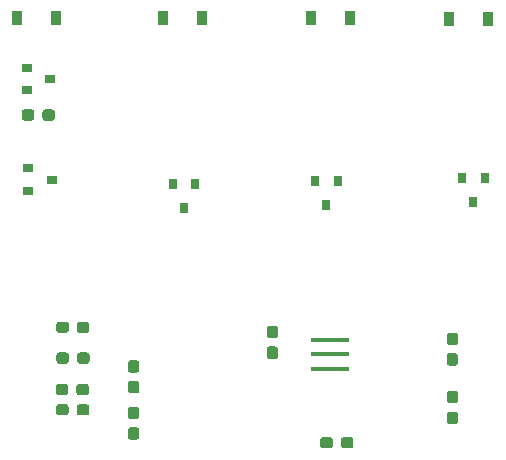
<source format=gbr>
G04 #@! TF.GenerationSoftware,KiCad,Pcbnew,5.1.5-52549c5~84~ubuntu18.04.1*
G04 #@! TF.CreationDate,2020-02-06T21:07:47-05:00*
G04 #@! TF.ProjectId,FH_fault-latch,46485f66-6175-46c7-942d-6c617463682e,rev?*
G04 #@! TF.SameCoordinates,Original*
G04 #@! TF.FileFunction,Paste,Bot*
G04 #@! TF.FilePolarity,Positive*
%FSLAX46Y46*%
G04 Gerber Fmt 4.6, Leading zero omitted, Abs format (unit mm)*
G04 Created by KiCad (PCBNEW 5.1.5-52549c5~84~ubuntu18.04.1) date 2020-02-06 21:07:47*
%MOMM*%
%LPD*%
G04 APERTURE LIST*
%ADD10R,0.900000X0.800000*%
%ADD11R,3.200000X0.400000*%
%ADD12C,0.100000*%
%ADD13R,0.800000X0.900000*%
%ADD14R,0.900000X1.200000*%
G04 APERTURE END LIST*
D10*
X112760000Y-94996000D03*
X110760000Y-94046000D03*
X110760000Y-95946000D03*
D11*
X136461500Y-117100500D03*
X136461500Y-118300500D03*
X136461500Y-119500500D03*
D12*
G36*
X112945779Y-97570144D02*
G01*
X112968834Y-97573563D01*
X112991443Y-97579227D01*
X113013387Y-97587079D01*
X113034457Y-97597044D01*
X113054448Y-97609026D01*
X113073168Y-97622910D01*
X113090438Y-97638562D01*
X113106090Y-97655832D01*
X113119974Y-97674552D01*
X113131956Y-97694543D01*
X113141921Y-97715613D01*
X113149773Y-97737557D01*
X113155437Y-97760166D01*
X113158856Y-97783221D01*
X113160000Y-97806500D01*
X113160000Y-98281500D01*
X113158856Y-98304779D01*
X113155437Y-98327834D01*
X113149773Y-98350443D01*
X113141921Y-98372387D01*
X113131956Y-98393457D01*
X113119974Y-98413448D01*
X113106090Y-98432168D01*
X113090438Y-98449438D01*
X113073168Y-98465090D01*
X113054448Y-98478974D01*
X113034457Y-98490956D01*
X113013387Y-98500921D01*
X112991443Y-98508773D01*
X112968834Y-98514437D01*
X112945779Y-98517856D01*
X112922500Y-98519000D01*
X112347500Y-98519000D01*
X112324221Y-98517856D01*
X112301166Y-98514437D01*
X112278557Y-98508773D01*
X112256613Y-98500921D01*
X112235543Y-98490956D01*
X112215552Y-98478974D01*
X112196832Y-98465090D01*
X112179562Y-98449438D01*
X112163910Y-98432168D01*
X112150026Y-98413448D01*
X112138044Y-98393457D01*
X112128079Y-98372387D01*
X112120227Y-98350443D01*
X112114563Y-98327834D01*
X112111144Y-98304779D01*
X112110000Y-98281500D01*
X112110000Y-97806500D01*
X112111144Y-97783221D01*
X112114563Y-97760166D01*
X112120227Y-97737557D01*
X112128079Y-97715613D01*
X112138044Y-97694543D01*
X112150026Y-97674552D01*
X112163910Y-97655832D01*
X112179562Y-97638562D01*
X112196832Y-97622910D01*
X112215552Y-97609026D01*
X112235543Y-97597044D01*
X112256613Y-97587079D01*
X112278557Y-97579227D01*
X112301166Y-97573563D01*
X112324221Y-97570144D01*
X112347500Y-97569000D01*
X112922500Y-97569000D01*
X112945779Y-97570144D01*
G37*
G36*
X111195779Y-97570144D02*
G01*
X111218834Y-97573563D01*
X111241443Y-97579227D01*
X111263387Y-97587079D01*
X111284457Y-97597044D01*
X111304448Y-97609026D01*
X111323168Y-97622910D01*
X111340438Y-97638562D01*
X111356090Y-97655832D01*
X111369974Y-97674552D01*
X111381956Y-97694543D01*
X111391921Y-97715613D01*
X111399773Y-97737557D01*
X111405437Y-97760166D01*
X111408856Y-97783221D01*
X111410000Y-97806500D01*
X111410000Y-98281500D01*
X111408856Y-98304779D01*
X111405437Y-98327834D01*
X111399773Y-98350443D01*
X111391921Y-98372387D01*
X111381956Y-98393457D01*
X111369974Y-98413448D01*
X111356090Y-98432168D01*
X111340438Y-98449438D01*
X111323168Y-98465090D01*
X111304448Y-98478974D01*
X111284457Y-98490956D01*
X111263387Y-98500921D01*
X111241443Y-98508773D01*
X111218834Y-98514437D01*
X111195779Y-98517856D01*
X111172500Y-98519000D01*
X110597500Y-98519000D01*
X110574221Y-98517856D01*
X110551166Y-98514437D01*
X110528557Y-98508773D01*
X110506613Y-98500921D01*
X110485543Y-98490956D01*
X110465552Y-98478974D01*
X110446832Y-98465090D01*
X110429562Y-98449438D01*
X110413910Y-98432168D01*
X110400026Y-98413448D01*
X110388044Y-98393457D01*
X110378079Y-98372387D01*
X110370227Y-98350443D01*
X110364563Y-98327834D01*
X110361144Y-98304779D01*
X110360000Y-98281500D01*
X110360000Y-97806500D01*
X110361144Y-97783221D01*
X110364563Y-97760166D01*
X110370227Y-97737557D01*
X110378079Y-97715613D01*
X110388044Y-97694543D01*
X110400026Y-97674552D01*
X110413910Y-97655832D01*
X110429562Y-97638562D01*
X110446832Y-97622910D01*
X110465552Y-97609026D01*
X110485543Y-97597044D01*
X110506613Y-97587079D01*
X110528557Y-97579227D01*
X110551166Y-97573563D01*
X110574221Y-97570144D01*
X110597500Y-97569000D01*
X111172500Y-97569000D01*
X111195779Y-97570144D01*
G37*
G36*
X114102779Y-122525644D02*
G01*
X114125834Y-122529063D01*
X114148443Y-122534727D01*
X114170387Y-122542579D01*
X114191457Y-122552544D01*
X114211448Y-122564526D01*
X114230168Y-122578410D01*
X114247438Y-122594062D01*
X114263090Y-122611332D01*
X114276974Y-122630052D01*
X114288956Y-122650043D01*
X114298921Y-122671113D01*
X114306773Y-122693057D01*
X114312437Y-122715666D01*
X114315856Y-122738721D01*
X114317000Y-122762000D01*
X114317000Y-123237000D01*
X114315856Y-123260279D01*
X114312437Y-123283334D01*
X114306773Y-123305943D01*
X114298921Y-123327887D01*
X114288956Y-123348957D01*
X114276974Y-123368948D01*
X114263090Y-123387668D01*
X114247438Y-123404938D01*
X114230168Y-123420590D01*
X114211448Y-123434474D01*
X114191457Y-123446456D01*
X114170387Y-123456421D01*
X114148443Y-123464273D01*
X114125834Y-123469937D01*
X114102779Y-123473356D01*
X114079500Y-123474500D01*
X113504500Y-123474500D01*
X113481221Y-123473356D01*
X113458166Y-123469937D01*
X113435557Y-123464273D01*
X113413613Y-123456421D01*
X113392543Y-123446456D01*
X113372552Y-123434474D01*
X113353832Y-123420590D01*
X113336562Y-123404938D01*
X113320910Y-123387668D01*
X113307026Y-123368948D01*
X113295044Y-123348957D01*
X113285079Y-123327887D01*
X113277227Y-123305943D01*
X113271563Y-123283334D01*
X113268144Y-123260279D01*
X113267000Y-123237000D01*
X113267000Y-122762000D01*
X113268144Y-122738721D01*
X113271563Y-122715666D01*
X113277227Y-122693057D01*
X113285079Y-122671113D01*
X113295044Y-122650043D01*
X113307026Y-122630052D01*
X113320910Y-122611332D01*
X113336562Y-122594062D01*
X113353832Y-122578410D01*
X113372552Y-122564526D01*
X113392543Y-122552544D01*
X113413613Y-122542579D01*
X113435557Y-122534727D01*
X113458166Y-122529063D01*
X113481221Y-122525644D01*
X113504500Y-122524500D01*
X114079500Y-122524500D01*
X114102779Y-122525644D01*
G37*
G36*
X115852779Y-122525644D02*
G01*
X115875834Y-122529063D01*
X115898443Y-122534727D01*
X115920387Y-122542579D01*
X115941457Y-122552544D01*
X115961448Y-122564526D01*
X115980168Y-122578410D01*
X115997438Y-122594062D01*
X116013090Y-122611332D01*
X116026974Y-122630052D01*
X116038956Y-122650043D01*
X116048921Y-122671113D01*
X116056773Y-122693057D01*
X116062437Y-122715666D01*
X116065856Y-122738721D01*
X116067000Y-122762000D01*
X116067000Y-123237000D01*
X116065856Y-123260279D01*
X116062437Y-123283334D01*
X116056773Y-123305943D01*
X116048921Y-123327887D01*
X116038956Y-123348957D01*
X116026974Y-123368948D01*
X116013090Y-123387668D01*
X115997438Y-123404938D01*
X115980168Y-123420590D01*
X115961448Y-123434474D01*
X115941457Y-123446456D01*
X115920387Y-123456421D01*
X115898443Y-123464273D01*
X115875834Y-123469937D01*
X115852779Y-123473356D01*
X115829500Y-123474500D01*
X115254500Y-123474500D01*
X115231221Y-123473356D01*
X115208166Y-123469937D01*
X115185557Y-123464273D01*
X115163613Y-123456421D01*
X115142543Y-123446456D01*
X115122552Y-123434474D01*
X115103832Y-123420590D01*
X115086562Y-123404938D01*
X115070910Y-123387668D01*
X115057026Y-123368948D01*
X115045044Y-123348957D01*
X115035079Y-123327887D01*
X115027227Y-123305943D01*
X115021563Y-123283334D01*
X115018144Y-123260279D01*
X115017000Y-123237000D01*
X115017000Y-122762000D01*
X115018144Y-122738721D01*
X115021563Y-122715666D01*
X115027227Y-122693057D01*
X115035079Y-122671113D01*
X115045044Y-122650043D01*
X115057026Y-122630052D01*
X115070910Y-122611332D01*
X115086562Y-122594062D01*
X115103832Y-122578410D01*
X115122552Y-122564526D01*
X115142543Y-122552544D01*
X115163613Y-122542579D01*
X115185557Y-122534727D01*
X115208166Y-122529063D01*
X115231221Y-122525644D01*
X115254500Y-122524500D01*
X115829500Y-122524500D01*
X115852779Y-122525644D01*
G37*
G36*
X114067279Y-120811144D02*
G01*
X114090334Y-120814563D01*
X114112943Y-120820227D01*
X114134887Y-120828079D01*
X114155957Y-120838044D01*
X114175948Y-120850026D01*
X114194668Y-120863910D01*
X114211938Y-120879562D01*
X114227590Y-120896832D01*
X114241474Y-120915552D01*
X114253456Y-120935543D01*
X114263421Y-120956613D01*
X114271273Y-120978557D01*
X114276937Y-121001166D01*
X114280356Y-121024221D01*
X114281500Y-121047500D01*
X114281500Y-121522500D01*
X114280356Y-121545779D01*
X114276937Y-121568834D01*
X114271273Y-121591443D01*
X114263421Y-121613387D01*
X114253456Y-121634457D01*
X114241474Y-121654448D01*
X114227590Y-121673168D01*
X114211938Y-121690438D01*
X114194668Y-121706090D01*
X114175948Y-121719974D01*
X114155957Y-121731956D01*
X114134887Y-121741921D01*
X114112943Y-121749773D01*
X114090334Y-121755437D01*
X114067279Y-121758856D01*
X114044000Y-121760000D01*
X113469000Y-121760000D01*
X113445721Y-121758856D01*
X113422666Y-121755437D01*
X113400057Y-121749773D01*
X113378113Y-121741921D01*
X113357043Y-121731956D01*
X113337052Y-121719974D01*
X113318332Y-121706090D01*
X113301062Y-121690438D01*
X113285410Y-121673168D01*
X113271526Y-121654448D01*
X113259544Y-121634457D01*
X113249579Y-121613387D01*
X113241727Y-121591443D01*
X113236063Y-121568834D01*
X113232644Y-121545779D01*
X113231500Y-121522500D01*
X113231500Y-121047500D01*
X113232644Y-121024221D01*
X113236063Y-121001166D01*
X113241727Y-120978557D01*
X113249579Y-120956613D01*
X113259544Y-120935543D01*
X113271526Y-120915552D01*
X113285410Y-120896832D01*
X113301062Y-120879562D01*
X113318332Y-120863910D01*
X113337052Y-120850026D01*
X113357043Y-120838044D01*
X113378113Y-120828079D01*
X113400057Y-120820227D01*
X113422666Y-120814563D01*
X113445721Y-120811144D01*
X113469000Y-120810000D01*
X114044000Y-120810000D01*
X114067279Y-120811144D01*
G37*
G36*
X115817279Y-120811144D02*
G01*
X115840334Y-120814563D01*
X115862943Y-120820227D01*
X115884887Y-120828079D01*
X115905957Y-120838044D01*
X115925948Y-120850026D01*
X115944668Y-120863910D01*
X115961938Y-120879562D01*
X115977590Y-120896832D01*
X115991474Y-120915552D01*
X116003456Y-120935543D01*
X116013421Y-120956613D01*
X116021273Y-120978557D01*
X116026937Y-121001166D01*
X116030356Y-121024221D01*
X116031500Y-121047500D01*
X116031500Y-121522500D01*
X116030356Y-121545779D01*
X116026937Y-121568834D01*
X116021273Y-121591443D01*
X116013421Y-121613387D01*
X116003456Y-121634457D01*
X115991474Y-121654448D01*
X115977590Y-121673168D01*
X115961938Y-121690438D01*
X115944668Y-121706090D01*
X115925948Y-121719974D01*
X115905957Y-121731956D01*
X115884887Y-121741921D01*
X115862943Y-121749773D01*
X115840334Y-121755437D01*
X115817279Y-121758856D01*
X115794000Y-121760000D01*
X115219000Y-121760000D01*
X115195721Y-121758856D01*
X115172666Y-121755437D01*
X115150057Y-121749773D01*
X115128113Y-121741921D01*
X115107043Y-121731956D01*
X115087052Y-121719974D01*
X115068332Y-121706090D01*
X115051062Y-121690438D01*
X115035410Y-121673168D01*
X115021526Y-121654448D01*
X115009544Y-121634457D01*
X114999579Y-121613387D01*
X114991727Y-121591443D01*
X114986063Y-121568834D01*
X114982644Y-121545779D01*
X114981500Y-121522500D01*
X114981500Y-121047500D01*
X114982644Y-121024221D01*
X114986063Y-121001166D01*
X114991727Y-120978557D01*
X114999579Y-120956613D01*
X115009544Y-120935543D01*
X115021526Y-120915552D01*
X115035410Y-120896832D01*
X115051062Y-120879562D01*
X115068332Y-120863910D01*
X115087052Y-120850026D01*
X115107043Y-120838044D01*
X115128113Y-120828079D01*
X115150057Y-120820227D01*
X115172666Y-120814563D01*
X115195721Y-120811144D01*
X115219000Y-120810000D01*
X115794000Y-120810000D01*
X115817279Y-120811144D01*
G37*
G36*
X114130779Y-118144144D02*
G01*
X114153834Y-118147563D01*
X114176443Y-118153227D01*
X114198387Y-118161079D01*
X114219457Y-118171044D01*
X114239448Y-118183026D01*
X114258168Y-118196910D01*
X114275438Y-118212562D01*
X114291090Y-118229832D01*
X114304974Y-118248552D01*
X114316956Y-118268543D01*
X114326921Y-118289613D01*
X114334773Y-118311557D01*
X114340437Y-118334166D01*
X114343856Y-118357221D01*
X114345000Y-118380500D01*
X114345000Y-118855500D01*
X114343856Y-118878779D01*
X114340437Y-118901834D01*
X114334773Y-118924443D01*
X114326921Y-118946387D01*
X114316956Y-118967457D01*
X114304974Y-118987448D01*
X114291090Y-119006168D01*
X114275438Y-119023438D01*
X114258168Y-119039090D01*
X114239448Y-119052974D01*
X114219457Y-119064956D01*
X114198387Y-119074921D01*
X114176443Y-119082773D01*
X114153834Y-119088437D01*
X114130779Y-119091856D01*
X114107500Y-119093000D01*
X113532500Y-119093000D01*
X113509221Y-119091856D01*
X113486166Y-119088437D01*
X113463557Y-119082773D01*
X113441613Y-119074921D01*
X113420543Y-119064956D01*
X113400552Y-119052974D01*
X113381832Y-119039090D01*
X113364562Y-119023438D01*
X113348910Y-119006168D01*
X113335026Y-118987448D01*
X113323044Y-118967457D01*
X113313079Y-118946387D01*
X113305227Y-118924443D01*
X113299563Y-118901834D01*
X113296144Y-118878779D01*
X113295000Y-118855500D01*
X113295000Y-118380500D01*
X113296144Y-118357221D01*
X113299563Y-118334166D01*
X113305227Y-118311557D01*
X113313079Y-118289613D01*
X113323044Y-118268543D01*
X113335026Y-118248552D01*
X113348910Y-118229832D01*
X113364562Y-118212562D01*
X113381832Y-118196910D01*
X113400552Y-118183026D01*
X113420543Y-118171044D01*
X113441613Y-118161079D01*
X113463557Y-118153227D01*
X113486166Y-118147563D01*
X113509221Y-118144144D01*
X113532500Y-118143000D01*
X114107500Y-118143000D01*
X114130779Y-118144144D01*
G37*
G36*
X115880779Y-118144144D02*
G01*
X115903834Y-118147563D01*
X115926443Y-118153227D01*
X115948387Y-118161079D01*
X115969457Y-118171044D01*
X115989448Y-118183026D01*
X116008168Y-118196910D01*
X116025438Y-118212562D01*
X116041090Y-118229832D01*
X116054974Y-118248552D01*
X116066956Y-118268543D01*
X116076921Y-118289613D01*
X116084773Y-118311557D01*
X116090437Y-118334166D01*
X116093856Y-118357221D01*
X116095000Y-118380500D01*
X116095000Y-118855500D01*
X116093856Y-118878779D01*
X116090437Y-118901834D01*
X116084773Y-118924443D01*
X116076921Y-118946387D01*
X116066956Y-118967457D01*
X116054974Y-118987448D01*
X116041090Y-119006168D01*
X116025438Y-119023438D01*
X116008168Y-119039090D01*
X115989448Y-119052974D01*
X115969457Y-119064956D01*
X115948387Y-119074921D01*
X115926443Y-119082773D01*
X115903834Y-119088437D01*
X115880779Y-119091856D01*
X115857500Y-119093000D01*
X115282500Y-119093000D01*
X115259221Y-119091856D01*
X115236166Y-119088437D01*
X115213557Y-119082773D01*
X115191613Y-119074921D01*
X115170543Y-119064956D01*
X115150552Y-119052974D01*
X115131832Y-119039090D01*
X115114562Y-119023438D01*
X115098910Y-119006168D01*
X115085026Y-118987448D01*
X115073044Y-118967457D01*
X115063079Y-118946387D01*
X115055227Y-118924443D01*
X115049563Y-118901834D01*
X115046144Y-118878779D01*
X115045000Y-118855500D01*
X115045000Y-118380500D01*
X115046144Y-118357221D01*
X115049563Y-118334166D01*
X115055227Y-118311557D01*
X115063079Y-118289613D01*
X115073044Y-118268543D01*
X115085026Y-118248552D01*
X115098910Y-118229832D01*
X115114562Y-118212562D01*
X115131832Y-118196910D01*
X115150552Y-118183026D01*
X115170543Y-118171044D01*
X115191613Y-118161079D01*
X115213557Y-118153227D01*
X115236166Y-118147563D01*
X115259221Y-118144144D01*
X115282500Y-118143000D01*
X115857500Y-118143000D01*
X115880779Y-118144144D01*
G37*
G36*
X114116779Y-115540644D02*
G01*
X114139834Y-115544063D01*
X114162443Y-115549727D01*
X114184387Y-115557579D01*
X114205457Y-115567544D01*
X114225448Y-115579526D01*
X114244168Y-115593410D01*
X114261438Y-115609062D01*
X114277090Y-115626332D01*
X114290974Y-115645052D01*
X114302956Y-115665043D01*
X114312921Y-115686113D01*
X114320773Y-115708057D01*
X114326437Y-115730666D01*
X114329856Y-115753721D01*
X114331000Y-115777000D01*
X114331000Y-116252000D01*
X114329856Y-116275279D01*
X114326437Y-116298334D01*
X114320773Y-116320943D01*
X114312921Y-116342887D01*
X114302956Y-116363957D01*
X114290974Y-116383948D01*
X114277090Y-116402668D01*
X114261438Y-116419938D01*
X114244168Y-116435590D01*
X114225448Y-116449474D01*
X114205457Y-116461456D01*
X114184387Y-116471421D01*
X114162443Y-116479273D01*
X114139834Y-116484937D01*
X114116779Y-116488356D01*
X114093500Y-116489500D01*
X113518500Y-116489500D01*
X113495221Y-116488356D01*
X113472166Y-116484937D01*
X113449557Y-116479273D01*
X113427613Y-116471421D01*
X113406543Y-116461456D01*
X113386552Y-116449474D01*
X113367832Y-116435590D01*
X113350562Y-116419938D01*
X113334910Y-116402668D01*
X113321026Y-116383948D01*
X113309044Y-116363957D01*
X113299079Y-116342887D01*
X113291227Y-116320943D01*
X113285563Y-116298334D01*
X113282144Y-116275279D01*
X113281000Y-116252000D01*
X113281000Y-115777000D01*
X113282144Y-115753721D01*
X113285563Y-115730666D01*
X113291227Y-115708057D01*
X113299079Y-115686113D01*
X113309044Y-115665043D01*
X113321026Y-115645052D01*
X113334910Y-115626332D01*
X113350562Y-115609062D01*
X113367832Y-115593410D01*
X113386552Y-115579526D01*
X113406543Y-115567544D01*
X113427613Y-115557579D01*
X113449557Y-115549727D01*
X113472166Y-115544063D01*
X113495221Y-115540644D01*
X113518500Y-115539500D01*
X114093500Y-115539500D01*
X114116779Y-115540644D01*
G37*
G36*
X115866779Y-115540644D02*
G01*
X115889834Y-115544063D01*
X115912443Y-115549727D01*
X115934387Y-115557579D01*
X115955457Y-115567544D01*
X115975448Y-115579526D01*
X115994168Y-115593410D01*
X116011438Y-115609062D01*
X116027090Y-115626332D01*
X116040974Y-115645052D01*
X116052956Y-115665043D01*
X116062921Y-115686113D01*
X116070773Y-115708057D01*
X116076437Y-115730666D01*
X116079856Y-115753721D01*
X116081000Y-115777000D01*
X116081000Y-116252000D01*
X116079856Y-116275279D01*
X116076437Y-116298334D01*
X116070773Y-116320943D01*
X116062921Y-116342887D01*
X116052956Y-116363957D01*
X116040974Y-116383948D01*
X116027090Y-116402668D01*
X116011438Y-116419938D01*
X115994168Y-116435590D01*
X115975448Y-116449474D01*
X115955457Y-116461456D01*
X115934387Y-116471421D01*
X115912443Y-116479273D01*
X115889834Y-116484937D01*
X115866779Y-116488356D01*
X115843500Y-116489500D01*
X115268500Y-116489500D01*
X115245221Y-116488356D01*
X115222166Y-116484937D01*
X115199557Y-116479273D01*
X115177613Y-116471421D01*
X115156543Y-116461456D01*
X115136552Y-116449474D01*
X115117832Y-116435590D01*
X115100562Y-116419938D01*
X115084910Y-116402668D01*
X115071026Y-116383948D01*
X115059044Y-116363957D01*
X115049079Y-116342887D01*
X115041227Y-116320943D01*
X115035563Y-116298334D01*
X115032144Y-116275279D01*
X115031000Y-116252000D01*
X115031000Y-115777000D01*
X115032144Y-115753721D01*
X115035563Y-115730666D01*
X115041227Y-115708057D01*
X115049079Y-115686113D01*
X115059044Y-115665043D01*
X115071026Y-115645052D01*
X115084910Y-115626332D01*
X115100562Y-115609062D01*
X115117832Y-115593410D01*
X115136552Y-115579526D01*
X115156543Y-115567544D01*
X115177613Y-115557579D01*
X115199557Y-115549727D01*
X115222166Y-115544063D01*
X115245221Y-115540644D01*
X115268500Y-115539500D01*
X115843500Y-115539500D01*
X115866779Y-115540644D01*
G37*
D10*
X112887000Y-103505000D03*
X110887000Y-102555000D03*
X110887000Y-104455000D03*
D13*
X124079000Y-105902000D03*
X125029000Y-103902000D03*
X123129000Y-103902000D03*
X136144000Y-105648000D03*
X137094000Y-103648000D03*
X135194000Y-103648000D03*
X148590000Y-105394000D03*
X149540000Y-103394000D03*
X147640000Y-103394000D03*
D14*
X113283000Y-89789000D03*
X109983000Y-89789000D03*
X122302000Y-89789000D03*
X125602000Y-89789000D03*
X134875000Y-89789000D03*
X138175000Y-89789000D03*
X146559000Y-89916000D03*
X149859000Y-89916000D03*
D12*
G36*
X138218779Y-125319644D02*
G01*
X138241834Y-125323063D01*
X138264443Y-125328727D01*
X138286387Y-125336579D01*
X138307457Y-125346544D01*
X138327448Y-125358526D01*
X138346168Y-125372410D01*
X138363438Y-125388062D01*
X138379090Y-125405332D01*
X138392974Y-125424052D01*
X138404956Y-125444043D01*
X138414921Y-125465113D01*
X138422773Y-125487057D01*
X138428437Y-125509666D01*
X138431856Y-125532721D01*
X138433000Y-125556000D01*
X138433000Y-126031000D01*
X138431856Y-126054279D01*
X138428437Y-126077334D01*
X138422773Y-126099943D01*
X138414921Y-126121887D01*
X138404956Y-126142957D01*
X138392974Y-126162948D01*
X138379090Y-126181668D01*
X138363438Y-126198938D01*
X138346168Y-126214590D01*
X138327448Y-126228474D01*
X138307457Y-126240456D01*
X138286387Y-126250421D01*
X138264443Y-126258273D01*
X138241834Y-126263937D01*
X138218779Y-126267356D01*
X138195500Y-126268500D01*
X137620500Y-126268500D01*
X137597221Y-126267356D01*
X137574166Y-126263937D01*
X137551557Y-126258273D01*
X137529613Y-126250421D01*
X137508543Y-126240456D01*
X137488552Y-126228474D01*
X137469832Y-126214590D01*
X137452562Y-126198938D01*
X137436910Y-126181668D01*
X137423026Y-126162948D01*
X137411044Y-126142957D01*
X137401079Y-126121887D01*
X137393227Y-126099943D01*
X137387563Y-126077334D01*
X137384144Y-126054279D01*
X137383000Y-126031000D01*
X137383000Y-125556000D01*
X137384144Y-125532721D01*
X137387563Y-125509666D01*
X137393227Y-125487057D01*
X137401079Y-125465113D01*
X137411044Y-125444043D01*
X137423026Y-125424052D01*
X137436910Y-125405332D01*
X137452562Y-125388062D01*
X137469832Y-125372410D01*
X137488552Y-125358526D01*
X137508543Y-125346544D01*
X137529613Y-125336579D01*
X137551557Y-125328727D01*
X137574166Y-125323063D01*
X137597221Y-125319644D01*
X137620500Y-125318500D01*
X138195500Y-125318500D01*
X138218779Y-125319644D01*
G37*
G36*
X136468779Y-125319644D02*
G01*
X136491834Y-125323063D01*
X136514443Y-125328727D01*
X136536387Y-125336579D01*
X136557457Y-125346544D01*
X136577448Y-125358526D01*
X136596168Y-125372410D01*
X136613438Y-125388062D01*
X136629090Y-125405332D01*
X136642974Y-125424052D01*
X136654956Y-125444043D01*
X136664921Y-125465113D01*
X136672773Y-125487057D01*
X136678437Y-125509666D01*
X136681856Y-125532721D01*
X136683000Y-125556000D01*
X136683000Y-126031000D01*
X136681856Y-126054279D01*
X136678437Y-126077334D01*
X136672773Y-126099943D01*
X136664921Y-126121887D01*
X136654956Y-126142957D01*
X136642974Y-126162948D01*
X136629090Y-126181668D01*
X136613438Y-126198938D01*
X136596168Y-126214590D01*
X136577448Y-126228474D01*
X136557457Y-126240456D01*
X136536387Y-126250421D01*
X136514443Y-126258273D01*
X136491834Y-126263937D01*
X136468779Y-126267356D01*
X136445500Y-126268500D01*
X135870500Y-126268500D01*
X135847221Y-126267356D01*
X135824166Y-126263937D01*
X135801557Y-126258273D01*
X135779613Y-126250421D01*
X135758543Y-126240456D01*
X135738552Y-126228474D01*
X135719832Y-126214590D01*
X135702562Y-126198938D01*
X135686910Y-126181668D01*
X135673026Y-126162948D01*
X135661044Y-126142957D01*
X135651079Y-126121887D01*
X135643227Y-126099943D01*
X135637563Y-126077334D01*
X135634144Y-126054279D01*
X135633000Y-126031000D01*
X135633000Y-125556000D01*
X135634144Y-125532721D01*
X135637563Y-125509666D01*
X135643227Y-125487057D01*
X135651079Y-125465113D01*
X135661044Y-125444043D01*
X135673026Y-125424052D01*
X135686910Y-125405332D01*
X135702562Y-125388062D01*
X135719832Y-125372410D01*
X135738552Y-125358526D01*
X135758543Y-125346544D01*
X135779613Y-125336579D01*
X135801557Y-125328727D01*
X135824166Y-125323063D01*
X135847221Y-125319644D01*
X135870500Y-125318500D01*
X136445500Y-125318500D01*
X136468779Y-125319644D01*
G37*
G36*
X131832779Y-117635644D02*
G01*
X131855834Y-117639063D01*
X131878443Y-117644727D01*
X131900387Y-117652579D01*
X131921457Y-117662544D01*
X131941448Y-117674526D01*
X131960168Y-117688410D01*
X131977438Y-117704062D01*
X131993090Y-117721332D01*
X132006974Y-117740052D01*
X132018956Y-117760043D01*
X132028921Y-117781113D01*
X132036773Y-117803057D01*
X132042437Y-117825666D01*
X132045856Y-117848721D01*
X132047000Y-117872000D01*
X132047000Y-118447000D01*
X132045856Y-118470279D01*
X132042437Y-118493334D01*
X132036773Y-118515943D01*
X132028921Y-118537887D01*
X132018956Y-118558957D01*
X132006974Y-118578948D01*
X131993090Y-118597668D01*
X131977438Y-118614938D01*
X131960168Y-118630590D01*
X131941448Y-118644474D01*
X131921457Y-118656456D01*
X131900387Y-118666421D01*
X131878443Y-118674273D01*
X131855834Y-118679937D01*
X131832779Y-118683356D01*
X131809500Y-118684500D01*
X131334500Y-118684500D01*
X131311221Y-118683356D01*
X131288166Y-118679937D01*
X131265557Y-118674273D01*
X131243613Y-118666421D01*
X131222543Y-118656456D01*
X131202552Y-118644474D01*
X131183832Y-118630590D01*
X131166562Y-118614938D01*
X131150910Y-118597668D01*
X131137026Y-118578948D01*
X131125044Y-118558957D01*
X131115079Y-118537887D01*
X131107227Y-118515943D01*
X131101563Y-118493334D01*
X131098144Y-118470279D01*
X131097000Y-118447000D01*
X131097000Y-117872000D01*
X131098144Y-117848721D01*
X131101563Y-117825666D01*
X131107227Y-117803057D01*
X131115079Y-117781113D01*
X131125044Y-117760043D01*
X131137026Y-117740052D01*
X131150910Y-117721332D01*
X131166562Y-117704062D01*
X131183832Y-117688410D01*
X131202552Y-117674526D01*
X131222543Y-117662544D01*
X131243613Y-117652579D01*
X131265557Y-117644727D01*
X131288166Y-117639063D01*
X131311221Y-117635644D01*
X131334500Y-117634500D01*
X131809500Y-117634500D01*
X131832779Y-117635644D01*
G37*
G36*
X131832779Y-115885644D02*
G01*
X131855834Y-115889063D01*
X131878443Y-115894727D01*
X131900387Y-115902579D01*
X131921457Y-115912544D01*
X131941448Y-115924526D01*
X131960168Y-115938410D01*
X131977438Y-115954062D01*
X131993090Y-115971332D01*
X132006974Y-115990052D01*
X132018956Y-116010043D01*
X132028921Y-116031113D01*
X132036773Y-116053057D01*
X132042437Y-116075666D01*
X132045856Y-116098721D01*
X132047000Y-116122000D01*
X132047000Y-116697000D01*
X132045856Y-116720279D01*
X132042437Y-116743334D01*
X132036773Y-116765943D01*
X132028921Y-116787887D01*
X132018956Y-116808957D01*
X132006974Y-116828948D01*
X131993090Y-116847668D01*
X131977438Y-116864938D01*
X131960168Y-116880590D01*
X131941448Y-116894474D01*
X131921457Y-116906456D01*
X131900387Y-116916421D01*
X131878443Y-116924273D01*
X131855834Y-116929937D01*
X131832779Y-116933356D01*
X131809500Y-116934500D01*
X131334500Y-116934500D01*
X131311221Y-116933356D01*
X131288166Y-116929937D01*
X131265557Y-116924273D01*
X131243613Y-116916421D01*
X131222543Y-116906456D01*
X131202552Y-116894474D01*
X131183832Y-116880590D01*
X131166562Y-116864938D01*
X131150910Y-116847668D01*
X131137026Y-116828948D01*
X131125044Y-116808957D01*
X131115079Y-116787887D01*
X131107227Y-116765943D01*
X131101563Y-116743334D01*
X131098144Y-116720279D01*
X131097000Y-116697000D01*
X131097000Y-116122000D01*
X131098144Y-116098721D01*
X131101563Y-116075666D01*
X131107227Y-116053057D01*
X131115079Y-116031113D01*
X131125044Y-116010043D01*
X131137026Y-115990052D01*
X131150910Y-115971332D01*
X131166562Y-115954062D01*
X131183832Y-115938410D01*
X131202552Y-115924526D01*
X131222543Y-115912544D01*
X131243613Y-115902579D01*
X131265557Y-115894727D01*
X131288166Y-115889063D01*
X131311221Y-115885644D01*
X131334500Y-115884500D01*
X131809500Y-115884500D01*
X131832779Y-115885644D01*
G37*
G36*
X147072779Y-116457144D02*
G01*
X147095834Y-116460563D01*
X147118443Y-116466227D01*
X147140387Y-116474079D01*
X147161457Y-116484044D01*
X147181448Y-116496026D01*
X147200168Y-116509910D01*
X147217438Y-116525562D01*
X147233090Y-116542832D01*
X147246974Y-116561552D01*
X147258956Y-116581543D01*
X147268921Y-116602613D01*
X147276773Y-116624557D01*
X147282437Y-116647166D01*
X147285856Y-116670221D01*
X147287000Y-116693500D01*
X147287000Y-117268500D01*
X147285856Y-117291779D01*
X147282437Y-117314834D01*
X147276773Y-117337443D01*
X147268921Y-117359387D01*
X147258956Y-117380457D01*
X147246974Y-117400448D01*
X147233090Y-117419168D01*
X147217438Y-117436438D01*
X147200168Y-117452090D01*
X147181448Y-117465974D01*
X147161457Y-117477956D01*
X147140387Y-117487921D01*
X147118443Y-117495773D01*
X147095834Y-117501437D01*
X147072779Y-117504856D01*
X147049500Y-117506000D01*
X146574500Y-117506000D01*
X146551221Y-117504856D01*
X146528166Y-117501437D01*
X146505557Y-117495773D01*
X146483613Y-117487921D01*
X146462543Y-117477956D01*
X146442552Y-117465974D01*
X146423832Y-117452090D01*
X146406562Y-117436438D01*
X146390910Y-117419168D01*
X146377026Y-117400448D01*
X146365044Y-117380457D01*
X146355079Y-117359387D01*
X146347227Y-117337443D01*
X146341563Y-117314834D01*
X146338144Y-117291779D01*
X146337000Y-117268500D01*
X146337000Y-116693500D01*
X146338144Y-116670221D01*
X146341563Y-116647166D01*
X146347227Y-116624557D01*
X146355079Y-116602613D01*
X146365044Y-116581543D01*
X146377026Y-116561552D01*
X146390910Y-116542832D01*
X146406562Y-116525562D01*
X146423832Y-116509910D01*
X146442552Y-116496026D01*
X146462543Y-116484044D01*
X146483613Y-116474079D01*
X146505557Y-116466227D01*
X146528166Y-116460563D01*
X146551221Y-116457144D01*
X146574500Y-116456000D01*
X147049500Y-116456000D01*
X147072779Y-116457144D01*
G37*
G36*
X147072779Y-118207144D02*
G01*
X147095834Y-118210563D01*
X147118443Y-118216227D01*
X147140387Y-118224079D01*
X147161457Y-118234044D01*
X147181448Y-118246026D01*
X147200168Y-118259910D01*
X147217438Y-118275562D01*
X147233090Y-118292832D01*
X147246974Y-118311552D01*
X147258956Y-118331543D01*
X147268921Y-118352613D01*
X147276773Y-118374557D01*
X147282437Y-118397166D01*
X147285856Y-118420221D01*
X147287000Y-118443500D01*
X147287000Y-119018500D01*
X147285856Y-119041779D01*
X147282437Y-119064834D01*
X147276773Y-119087443D01*
X147268921Y-119109387D01*
X147258956Y-119130457D01*
X147246974Y-119150448D01*
X147233090Y-119169168D01*
X147217438Y-119186438D01*
X147200168Y-119202090D01*
X147181448Y-119215974D01*
X147161457Y-119227956D01*
X147140387Y-119237921D01*
X147118443Y-119245773D01*
X147095834Y-119251437D01*
X147072779Y-119254856D01*
X147049500Y-119256000D01*
X146574500Y-119256000D01*
X146551221Y-119254856D01*
X146528166Y-119251437D01*
X146505557Y-119245773D01*
X146483613Y-119237921D01*
X146462543Y-119227956D01*
X146442552Y-119215974D01*
X146423832Y-119202090D01*
X146406562Y-119186438D01*
X146390910Y-119169168D01*
X146377026Y-119150448D01*
X146365044Y-119130457D01*
X146355079Y-119109387D01*
X146347227Y-119087443D01*
X146341563Y-119064834D01*
X146338144Y-119041779D01*
X146337000Y-119018500D01*
X146337000Y-118443500D01*
X146338144Y-118420221D01*
X146341563Y-118397166D01*
X146347227Y-118374557D01*
X146355079Y-118352613D01*
X146365044Y-118331543D01*
X146377026Y-118311552D01*
X146390910Y-118292832D01*
X146406562Y-118275562D01*
X146423832Y-118259910D01*
X146442552Y-118246026D01*
X146462543Y-118234044D01*
X146483613Y-118224079D01*
X146505557Y-118216227D01*
X146528166Y-118210563D01*
X146551221Y-118207144D01*
X146574500Y-118206000D01*
X147049500Y-118206000D01*
X147072779Y-118207144D01*
G37*
G36*
X120085279Y-118806644D02*
G01*
X120108334Y-118810063D01*
X120130943Y-118815727D01*
X120152887Y-118823579D01*
X120173957Y-118833544D01*
X120193948Y-118845526D01*
X120212668Y-118859410D01*
X120229938Y-118875062D01*
X120245590Y-118892332D01*
X120259474Y-118911052D01*
X120271456Y-118931043D01*
X120281421Y-118952113D01*
X120289273Y-118974057D01*
X120294937Y-118996666D01*
X120298356Y-119019721D01*
X120299500Y-119043000D01*
X120299500Y-119618000D01*
X120298356Y-119641279D01*
X120294937Y-119664334D01*
X120289273Y-119686943D01*
X120281421Y-119708887D01*
X120271456Y-119729957D01*
X120259474Y-119749948D01*
X120245590Y-119768668D01*
X120229938Y-119785938D01*
X120212668Y-119801590D01*
X120193948Y-119815474D01*
X120173957Y-119827456D01*
X120152887Y-119837421D01*
X120130943Y-119845273D01*
X120108334Y-119850937D01*
X120085279Y-119854356D01*
X120062000Y-119855500D01*
X119587000Y-119855500D01*
X119563721Y-119854356D01*
X119540666Y-119850937D01*
X119518057Y-119845273D01*
X119496113Y-119837421D01*
X119475043Y-119827456D01*
X119455052Y-119815474D01*
X119436332Y-119801590D01*
X119419062Y-119785938D01*
X119403410Y-119768668D01*
X119389526Y-119749948D01*
X119377544Y-119729957D01*
X119367579Y-119708887D01*
X119359727Y-119686943D01*
X119354063Y-119664334D01*
X119350644Y-119641279D01*
X119349500Y-119618000D01*
X119349500Y-119043000D01*
X119350644Y-119019721D01*
X119354063Y-118996666D01*
X119359727Y-118974057D01*
X119367579Y-118952113D01*
X119377544Y-118931043D01*
X119389526Y-118911052D01*
X119403410Y-118892332D01*
X119419062Y-118875062D01*
X119436332Y-118859410D01*
X119455052Y-118845526D01*
X119475043Y-118833544D01*
X119496113Y-118823579D01*
X119518057Y-118815727D01*
X119540666Y-118810063D01*
X119563721Y-118806644D01*
X119587000Y-118805500D01*
X120062000Y-118805500D01*
X120085279Y-118806644D01*
G37*
G36*
X120085279Y-120556644D02*
G01*
X120108334Y-120560063D01*
X120130943Y-120565727D01*
X120152887Y-120573579D01*
X120173957Y-120583544D01*
X120193948Y-120595526D01*
X120212668Y-120609410D01*
X120229938Y-120625062D01*
X120245590Y-120642332D01*
X120259474Y-120661052D01*
X120271456Y-120681043D01*
X120281421Y-120702113D01*
X120289273Y-120724057D01*
X120294937Y-120746666D01*
X120298356Y-120769721D01*
X120299500Y-120793000D01*
X120299500Y-121368000D01*
X120298356Y-121391279D01*
X120294937Y-121414334D01*
X120289273Y-121436943D01*
X120281421Y-121458887D01*
X120271456Y-121479957D01*
X120259474Y-121499948D01*
X120245590Y-121518668D01*
X120229938Y-121535938D01*
X120212668Y-121551590D01*
X120193948Y-121565474D01*
X120173957Y-121577456D01*
X120152887Y-121587421D01*
X120130943Y-121595273D01*
X120108334Y-121600937D01*
X120085279Y-121604356D01*
X120062000Y-121605500D01*
X119587000Y-121605500D01*
X119563721Y-121604356D01*
X119540666Y-121600937D01*
X119518057Y-121595273D01*
X119496113Y-121587421D01*
X119475043Y-121577456D01*
X119455052Y-121565474D01*
X119436332Y-121551590D01*
X119419062Y-121535938D01*
X119403410Y-121518668D01*
X119389526Y-121499948D01*
X119377544Y-121479957D01*
X119367579Y-121458887D01*
X119359727Y-121436943D01*
X119354063Y-121414334D01*
X119350644Y-121391279D01*
X119349500Y-121368000D01*
X119349500Y-120793000D01*
X119350644Y-120769721D01*
X119354063Y-120746666D01*
X119359727Y-120724057D01*
X119367579Y-120702113D01*
X119377544Y-120681043D01*
X119389526Y-120661052D01*
X119403410Y-120642332D01*
X119419062Y-120625062D01*
X119436332Y-120609410D01*
X119455052Y-120595526D01*
X119475043Y-120583544D01*
X119496113Y-120573579D01*
X119518057Y-120565727D01*
X119540666Y-120560063D01*
X119563721Y-120556644D01*
X119587000Y-120555500D01*
X120062000Y-120555500D01*
X120085279Y-120556644D01*
G37*
G36*
X120085279Y-122729644D02*
G01*
X120108334Y-122733063D01*
X120130943Y-122738727D01*
X120152887Y-122746579D01*
X120173957Y-122756544D01*
X120193948Y-122768526D01*
X120212668Y-122782410D01*
X120229938Y-122798062D01*
X120245590Y-122815332D01*
X120259474Y-122834052D01*
X120271456Y-122854043D01*
X120281421Y-122875113D01*
X120289273Y-122897057D01*
X120294937Y-122919666D01*
X120298356Y-122942721D01*
X120299500Y-122966000D01*
X120299500Y-123541000D01*
X120298356Y-123564279D01*
X120294937Y-123587334D01*
X120289273Y-123609943D01*
X120281421Y-123631887D01*
X120271456Y-123652957D01*
X120259474Y-123672948D01*
X120245590Y-123691668D01*
X120229938Y-123708938D01*
X120212668Y-123724590D01*
X120193948Y-123738474D01*
X120173957Y-123750456D01*
X120152887Y-123760421D01*
X120130943Y-123768273D01*
X120108334Y-123773937D01*
X120085279Y-123777356D01*
X120062000Y-123778500D01*
X119587000Y-123778500D01*
X119563721Y-123777356D01*
X119540666Y-123773937D01*
X119518057Y-123768273D01*
X119496113Y-123760421D01*
X119475043Y-123750456D01*
X119455052Y-123738474D01*
X119436332Y-123724590D01*
X119419062Y-123708938D01*
X119403410Y-123691668D01*
X119389526Y-123672948D01*
X119377544Y-123652957D01*
X119367579Y-123631887D01*
X119359727Y-123609943D01*
X119354063Y-123587334D01*
X119350644Y-123564279D01*
X119349500Y-123541000D01*
X119349500Y-122966000D01*
X119350644Y-122942721D01*
X119354063Y-122919666D01*
X119359727Y-122897057D01*
X119367579Y-122875113D01*
X119377544Y-122854043D01*
X119389526Y-122834052D01*
X119403410Y-122815332D01*
X119419062Y-122798062D01*
X119436332Y-122782410D01*
X119455052Y-122768526D01*
X119475043Y-122756544D01*
X119496113Y-122746579D01*
X119518057Y-122738727D01*
X119540666Y-122733063D01*
X119563721Y-122729644D01*
X119587000Y-122728500D01*
X120062000Y-122728500D01*
X120085279Y-122729644D01*
G37*
G36*
X120085279Y-124479644D02*
G01*
X120108334Y-124483063D01*
X120130943Y-124488727D01*
X120152887Y-124496579D01*
X120173957Y-124506544D01*
X120193948Y-124518526D01*
X120212668Y-124532410D01*
X120229938Y-124548062D01*
X120245590Y-124565332D01*
X120259474Y-124584052D01*
X120271456Y-124604043D01*
X120281421Y-124625113D01*
X120289273Y-124647057D01*
X120294937Y-124669666D01*
X120298356Y-124692721D01*
X120299500Y-124716000D01*
X120299500Y-125291000D01*
X120298356Y-125314279D01*
X120294937Y-125337334D01*
X120289273Y-125359943D01*
X120281421Y-125381887D01*
X120271456Y-125402957D01*
X120259474Y-125422948D01*
X120245590Y-125441668D01*
X120229938Y-125458938D01*
X120212668Y-125474590D01*
X120193948Y-125488474D01*
X120173957Y-125500456D01*
X120152887Y-125510421D01*
X120130943Y-125518273D01*
X120108334Y-125523937D01*
X120085279Y-125527356D01*
X120062000Y-125528500D01*
X119587000Y-125528500D01*
X119563721Y-125527356D01*
X119540666Y-125523937D01*
X119518057Y-125518273D01*
X119496113Y-125510421D01*
X119475043Y-125500456D01*
X119455052Y-125488474D01*
X119436332Y-125474590D01*
X119419062Y-125458938D01*
X119403410Y-125441668D01*
X119389526Y-125422948D01*
X119377544Y-125402957D01*
X119367579Y-125381887D01*
X119359727Y-125359943D01*
X119354063Y-125337334D01*
X119350644Y-125314279D01*
X119349500Y-125291000D01*
X119349500Y-124716000D01*
X119350644Y-124692721D01*
X119354063Y-124669666D01*
X119359727Y-124647057D01*
X119367579Y-124625113D01*
X119377544Y-124604043D01*
X119389526Y-124584052D01*
X119403410Y-124565332D01*
X119419062Y-124548062D01*
X119436332Y-124532410D01*
X119455052Y-124518526D01*
X119475043Y-124506544D01*
X119496113Y-124496579D01*
X119518057Y-124488727D01*
X119540666Y-124483063D01*
X119563721Y-124479644D01*
X119587000Y-124478500D01*
X120062000Y-124478500D01*
X120085279Y-124479644D01*
G37*
G36*
X147072779Y-121396144D02*
G01*
X147095834Y-121399563D01*
X147118443Y-121405227D01*
X147140387Y-121413079D01*
X147161457Y-121423044D01*
X147181448Y-121435026D01*
X147200168Y-121448910D01*
X147217438Y-121464562D01*
X147233090Y-121481832D01*
X147246974Y-121500552D01*
X147258956Y-121520543D01*
X147268921Y-121541613D01*
X147276773Y-121563557D01*
X147282437Y-121586166D01*
X147285856Y-121609221D01*
X147287000Y-121632500D01*
X147287000Y-122207500D01*
X147285856Y-122230779D01*
X147282437Y-122253834D01*
X147276773Y-122276443D01*
X147268921Y-122298387D01*
X147258956Y-122319457D01*
X147246974Y-122339448D01*
X147233090Y-122358168D01*
X147217438Y-122375438D01*
X147200168Y-122391090D01*
X147181448Y-122404974D01*
X147161457Y-122416956D01*
X147140387Y-122426921D01*
X147118443Y-122434773D01*
X147095834Y-122440437D01*
X147072779Y-122443856D01*
X147049500Y-122445000D01*
X146574500Y-122445000D01*
X146551221Y-122443856D01*
X146528166Y-122440437D01*
X146505557Y-122434773D01*
X146483613Y-122426921D01*
X146462543Y-122416956D01*
X146442552Y-122404974D01*
X146423832Y-122391090D01*
X146406562Y-122375438D01*
X146390910Y-122358168D01*
X146377026Y-122339448D01*
X146365044Y-122319457D01*
X146355079Y-122298387D01*
X146347227Y-122276443D01*
X146341563Y-122253834D01*
X146338144Y-122230779D01*
X146337000Y-122207500D01*
X146337000Y-121632500D01*
X146338144Y-121609221D01*
X146341563Y-121586166D01*
X146347227Y-121563557D01*
X146355079Y-121541613D01*
X146365044Y-121520543D01*
X146377026Y-121500552D01*
X146390910Y-121481832D01*
X146406562Y-121464562D01*
X146423832Y-121448910D01*
X146442552Y-121435026D01*
X146462543Y-121423044D01*
X146483613Y-121413079D01*
X146505557Y-121405227D01*
X146528166Y-121399563D01*
X146551221Y-121396144D01*
X146574500Y-121395000D01*
X147049500Y-121395000D01*
X147072779Y-121396144D01*
G37*
G36*
X147072779Y-123146144D02*
G01*
X147095834Y-123149563D01*
X147118443Y-123155227D01*
X147140387Y-123163079D01*
X147161457Y-123173044D01*
X147181448Y-123185026D01*
X147200168Y-123198910D01*
X147217438Y-123214562D01*
X147233090Y-123231832D01*
X147246974Y-123250552D01*
X147258956Y-123270543D01*
X147268921Y-123291613D01*
X147276773Y-123313557D01*
X147282437Y-123336166D01*
X147285856Y-123359221D01*
X147287000Y-123382500D01*
X147287000Y-123957500D01*
X147285856Y-123980779D01*
X147282437Y-124003834D01*
X147276773Y-124026443D01*
X147268921Y-124048387D01*
X147258956Y-124069457D01*
X147246974Y-124089448D01*
X147233090Y-124108168D01*
X147217438Y-124125438D01*
X147200168Y-124141090D01*
X147181448Y-124154974D01*
X147161457Y-124166956D01*
X147140387Y-124176921D01*
X147118443Y-124184773D01*
X147095834Y-124190437D01*
X147072779Y-124193856D01*
X147049500Y-124195000D01*
X146574500Y-124195000D01*
X146551221Y-124193856D01*
X146528166Y-124190437D01*
X146505557Y-124184773D01*
X146483613Y-124176921D01*
X146462543Y-124166956D01*
X146442552Y-124154974D01*
X146423832Y-124141090D01*
X146406562Y-124125438D01*
X146390910Y-124108168D01*
X146377026Y-124089448D01*
X146365044Y-124069457D01*
X146355079Y-124048387D01*
X146347227Y-124026443D01*
X146341563Y-124003834D01*
X146338144Y-123980779D01*
X146337000Y-123957500D01*
X146337000Y-123382500D01*
X146338144Y-123359221D01*
X146341563Y-123336166D01*
X146347227Y-123313557D01*
X146355079Y-123291613D01*
X146365044Y-123270543D01*
X146377026Y-123250552D01*
X146390910Y-123231832D01*
X146406562Y-123214562D01*
X146423832Y-123198910D01*
X146442552Y-123185026D01*
X146462543Y-123173044D01*
X146483613Y-123163079D01*
X146505557Y-123155227D01*
X146528166Y-123149563D01*
X146551221Y-123146144D01*
X146574500Y-123145000D01*
X147049500Y-123145000D01*
X147072779Y-123146144D01*
G37*
M02*

</source>
